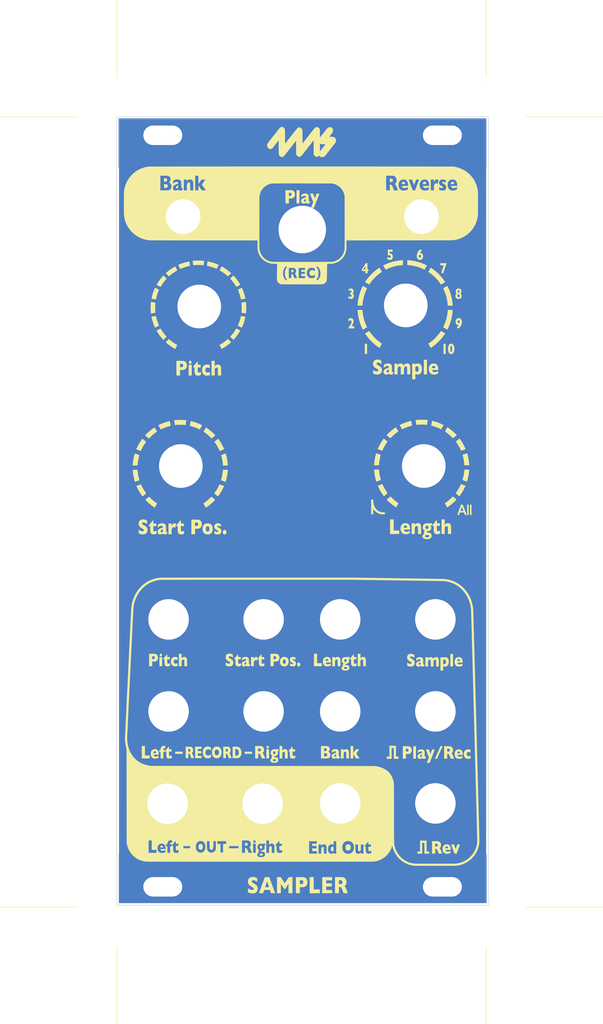
<source format=kicad_pcb>
(kicad_pcb (version 20221018) (generator pcbnew)
  (layers (0 "F.Cu" signal) (1 "In1.Cu" signal) (2 "In2.Cu" signal) (31 "B.Cu" signal) (34 "B.Paste" user) (35 "F.Paste" user) (36 "B.SilkS" user "B.Silkscreen") (37 "F.SilkS" user "F.Silkscreen") (38 "B.Mask" user) (39 "F.Mask" user) (44 "Edge.Cuts" user))
  (net 0 "")
  (net 1 "GND")
  (footprint "" (layer "F.Cu") (at 165.95 130.84)
    (fp_text reference "" (at 0 0) (layer "F.SilkS") (effects (font (size 1.27 1.27))))
    (fp_text value "" (at 0 0) (layer "F.SilkS") (effects (font (size 1.27 1.27))))
    (pad "1" smd rect (at 0 0 180) (size 60 8) (layers "B.Cu" "B.Paste" "B.Mask") (net 1 "GND"))
  )
  (footprint "Faceplate_Hole_Pot_16mm" (layer "F.Cu") (at 185.691352 63.590078)
    (fp_text reference "REF**" hide)
    (fp_text value "Faceplate_Hole_Pot_16mm" hide)
    (pad "1" thru_hole circle (at 0 0) (size 7.874 7.874) (drill 7.112) (layers "*.Cu" "*.Mask") (net 1 "GND"))
  )
  (footprint "Faceplate_Rail_Mount_Slot_Plated" (layer "F.Cu") (at 188.732 9.6772)
    (fp_text reference "REF**" hide)
    (fp_text value "Faceplate_Rail_Mount_Slot_Plated" hide)
    (pad "1" thru_hole oval (at 0 0) (size 7.366 4.191) (drill oval 6.35 3.175) (layers "*.Cu" "*.Mask") (net 1 "GND"))
  )
  (footprint "Faceplate_Hole_Jack_3.5mm" (layer "F.Cu") (at 172.063352 103.590078)
    (fp_text reference "REF**" hide)
    (fp_text value "GND" hide)
    (pad "1" thru_hole circle (at 0 0) (size 7.62 7.62) (drill 6.604) (layers "*.Cu" "*.Mask") (net 1 "GND"))
  )
  (footprint "Faceplate_Hole_Jack_3.5mm" (layer "F.Cu") (at 172.063352 118.590078)
    (fp_text reference "REF**" hide)
    (fp_text value "GND" hide)
    (pad "1" thru_hole circle (at 0 0) (size 7.62 7.62) (drill 6.604) (layers "*.Cu" "*.Mask") (net 1 "GND"))
  )
  (footprint "Faceplate_Hole_Jack_3.5mm" (layer "F.Cu") (at 159.563352 88.590078)
    (fp_text reference "REF**" hide)
    (fp_text value "GND" hide)
    (pad "1" thru_hole circle (at 0 0) (size 7.62 7.62) (drill 6.604) (layers "*.Cu" "*.Mask") (net 1 "GND"))
  )
  (footprint "Faceplate_Rail_Mount_Slot_Plated" (layer "F.Cu") (at 188.732 132.1828)
    (fp_text reference "REF**" hide)
    (fp_text value "Faceplate_Rail_Mount_Slot_Plated" hide)
    (pad "1" thru_hole oval (at 0 0) (size 7.366 4.191) (drill oval 6.35 3.175) (layers "*.Cu" "*.Mask") (net 1 "GND"))
  )
  (footprint "Faceplate_Hole_Jack_3.5mm" (layer "F.Cu") (at 159.563352 103.590078)
    (fp_text reference "REF**" hide)
    (fp_text value "GND" hide)
    (pad "1" thru_hole circle (at 0 0) (size 7.62 7.62) (drill 6.604) (layers "*.Cu" "*.Mask") (net 1 "GND"))
  )
  (footprint "Faceplate_Hole_Pot_16mm" (layer "F.Cu") (at 182.76 37.41)
    (fp_text reference "REF**" hide)
    (fp_text value "Faceplate_Hole_Pot_16mm" hide)
    (pad "1" thru_hole circle (at 0 0) (size 7.874 7.874) (drill 7.112) (layers "*.Cu" "*.Mask") (net 1 "GND"))
  )
  (footprint "Faceplate_Hole_Pot_16mm" (layer "F.Cu") (at 149.063352 37.590078)
    (fp_text reference "REF**" hide)
    (fp_text value "Faceplate_Hole_Pot_16mm" hide)
    (pad "1" thru_hole circle (at 0 0) (size 7.874 7.874) (drill 7.112) (layers "*.Cu" "*.Mask") (net 1 "GND"))
  )
  (footprint "Faceplate_Hole_Jack_3.5mm" (layer "F.Cu") (at 172.063352 88.590078)
    (fp_text reference "REF**" hide)
    (fp_text value "GND" hide)
    (pad "1" thru_hole circle (at 0 0) (size 7.62 7.62) (drill 6.604) (layers "*.Cu" "*.Mask") (net 1 "GND"))
  )
  (footprint "Faceplate_Hole_LED_Button_5.4mm_With_Mask_Opening" (layer "F.Cu") (at 146.441352 22.940078)
    (fp_text reference "REF**" hide)
    (fp_text value "Faceplate_Hole_LED_Button_5.4mm_With_Mask_Opening" hide)
    (pad "1" thru_hole circle (at 0 0) (size 5.969 5.969) (drill 5.6642) (layers "*.Cu" "*.Mask") (net 1 "GND"))
  )
  (footprint "Faceplate_Rail_Mount_Slot_Plated" (layer "F.Cu") (at 143.118 132.1828)
    (fp_text reference "REF**" hide)
    (fp_text value "Faceplate_Rail_Mount_Slot_Plated" hide)
    (pad "1" thru_hole oval (at 0 0) (size 7.366 4.191) (drill oval 6.35 3.175) (layers "*.Cu" "*.Mask") (net 1 "GND"))
  )
  (footprint "Faceplate_Hole_Jack_3.5mm" (layer "F.Cu") (at 187.591352 103.590078)
    (fp_text reference "REF**" hide)
    (fp_text value "GND" hide)
    (pad "1" thru_hole circle (at 0 0) (size 7.62 7.62) (drill 6.604) (layers "*.Cu" "*.Mask") (net 1 "GND"))
  )
  (footprint "artwork.pretty:sampler-12HP-v1.1-artwork" (layer "F.Cu") (at 165.76 71.08)
    (fp_text reference "G***" hide)
    (fp_text value "LOGO" hide)
  )
  (footprint "Faceplate_Hole_LED_Button_5.4mm_With_Mask_Opening" (layer "F.Cu") (at 185.313352 22.940078)
    (fp_text reference "REF**" hide)
    (fp_text value "Faceplate_Hole_LED_Button_5.4mm_With_Mask_Opening" hide)
    (pad "1" thru_hole circle (at 0 0) (size 5.969 5.969) (drill 5.6642) (layers "*.Cu" "*.Mask") (net 1 "GND"))
  )
  (footprint "Faceplate_Hole_Jack_3.5mm" (layer "F.Cu") (at 187.591352 88.590078)
    (fp_text reference "REF**" hide)
    (fp_text value "GND" hide)
    (pad "1" thru_hole circle (at 0 0) (size 7.62 7.62) (drill 6.604) (layers "*.Cu" "*.Mask") (net 1 "GND"))
  )
  (footprint "Faceplate_Hole_Jack_3.5mm" (layer "F.Cu") (at 144.063352 88.590078)
    (fp_text reference "REF**" hide)
    (fp_text value "GND" hide)
    (pad "1" thru_hole circle (at 0 0) (size 7.62 7.62) (drill 6.604) (layers "*.Cu" "*.Mask") (net 1 "GND"))
  )
  (footprint "Faceplate_Hole_Jack_3.5mm" (layer "F.Cu") (at 187.591352 118.590078)
    (fp_text reference "REF**" hide)
    (fp_text value "GND" hide)
    (pad "1" thru_hole circle (at 0 0) (size 7.62 7.62) (drill 6.604) (layers "*.Cu" "*.Mask") (net 1 "GND"))
  )
  (footprint "Faceplate_Hole_Jack_3.5mm" (layer "F.Cu") (at 159.399152 118.635638)
    (fp_text reference "REF**" hide)
    (fp_text value "GND" hide)
    (pad "1" thru_hole circle (at 0 0) (size 7.62 7.62) (drill 6.604) (layers "*.Cu" "*.Mask") (net 1 "GND"))
  )
  (footprint "Faceplate_Hole_LED_Button_7mm_With_Mask_Opening" (layer "F.Cu") (at 165.873352 25.040078)
    (fp_text reference "LOCK1" hide)
    (fp_text value "Faceplate_Hole_LED_Button_7mm_With_Mask_Opening" hide)
    (pad "1" thru_hole circle (at 0 0) (size 8.0518 8.0518) (drill 7.747) (layers "*.Cu" "*.Mask") (net 1 "GND"))
  )
  (footprint "Faceplate_Hole_Jack_3.5mm" (layer "F.Cu") (at 144.063352 103.590078)
    (fp_text reference "REF**" hide)
    (fp_text value "GND" hide)
    (pad "1" thru_hole circle (at 0 0) (size 7.62 7.62) (drill 6.604) (layers "*.Cu" "*.Mask") (net 1 "GND"))
  )
  (footprint "Faceplate_Rail_Mount_Slot_Plated" (layer "F.Cu") (at 143.118 9.6772)
    (fp_text reference "REF**" hide)
    (fp_text value "Faceplate_Rail_Mount_Slot_Plated" hide)
    (pad "1" thru_hole oval (at 0 0) (size 7.366 4.191) (drill oval 6.35 3.175) (layers "*.Cu" "*.Mask") (net 1 "GND"))
  )
  (footprint "Faceplate_Hole_Pot_16mm" (layer "F.Cu") (at 146.063352 63.590078)
    (fp_text reference "REF**" hide)
    (fp_text value "Faceplate_Hole_Pot_16mm" hide)
    (pad "1" thru_hole circle (at 0 0) (size 7.874 7.874) (drill 7.112) (layers "*.Cu" "*.Mask") (net 1 "GND"))
  )
  (footprint "Faceplate_Hole_Jack_3.5mm" (layer "F.Cu") (at 143.899152 118.635638)
    (fp_text reference "REF**" hide)
    (fp_text value "GND" hide)
    (pad "1" thru_hole circle (at 0 0) (size 7.62 7.62) (drill 6.604) (layers "*.Cu" "*.Mask") (net 1 "GND"))
  )
  (footprint "4ms_Faceplate:Rail_Connection_12HP" (layer "B.Cu") (at 165.91 10.92 180)
    (fp_text reference "REF**" hide)
    (fp_text value "Rail_Connection_12HP" hide)
    (pad "1" smd rect (at 0 0 180) (size 60 8) (layers "B.Cu" "B.Paste" "B.Mask") (net 1 "GND"))
  )
  (gr_line (start 135.625 6.68) (end 135.625 135.18) (stroke (width 0.1)) (layer "Edge.Cuts"))
  (gr_line (start 196.225 6.68) (end 196.225 135.18) (stroke (width 0.1)) (layer "Edge.Cuts"))
  (gr_line (start 135.625 135.18) (end 196.225 135.18) (stroke (width 0.1)) (layer "Edge.Cuts"))
  (gr_line (start 135.625 6.68) (end 196.225 6.68) (stroke (width 0.1)) (layer "Edge.Cuts"))
  (zone (net 1) (net_name "GND") (layer "B.Cu") (connect_pads yes (clearance 0.508)) (min_thickness 0.25) (fill yes (thermal_gap 0.5) (thermal_bridge_width 0.5))
    (polygon (pts (xy 135.979 7.034) (xy 135.979 134.826) (xy 195.871 134.826) (xy 195.871 7.034)))
  )
)
</source>
